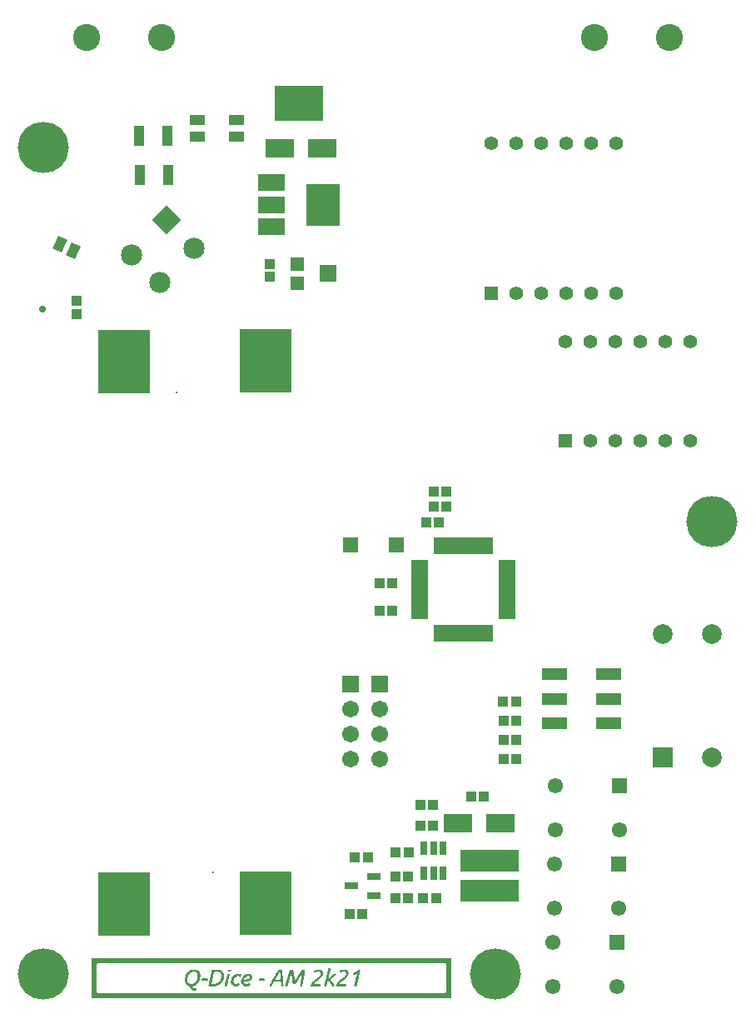
<source format=gts>
G04*
G04 #@! TF.GenerationSoftware,Altium Limited,Altium Designer,21.0.9 (235)*
G04*
G04 Layer_Color=8388736*
%FSLAX44Y44*%
%MOMM*%
G71*
G04*
G04 #@! TF.SameCoordinates,3421A621-DC7B-4D7E-80C2-F70395B1EBD6*
G04*
G04*
G04 #@! TF.FilePolarity,Negative*
G04*
G01*
G75*
%ADD37R,2.5000X1.2000*%
%ADD38R,1.7032X0.5032*%
%ADD39R,0.5032X1.7032*%
%ADD40R,5.9032X2.2032*%
G04:AMPARAMS|DCode=41|XSize=1.0032mm|YSize=1.4032mm|CornerRadius=0mm|HoleSize=0mm|Usage=FLASHONLY|Rotation=335.000|XOffset=0mm|YOffset=0mm|HoleType=Round|Shape=Rectangle|*
%AMROTATEDRECTD41*
4,1,4,-0.7511,-0.4239,-0.1581,0.8479,0.7511,0.4239,0.1581,-0.8479,-0.7511,-0.4239,0.0*
%
%ADD41ROTATEDRECTD41*%

%ADD42R,1.0032X1.1032*%
%ADD43R,1.3532X0.8032*%
%ADD44R,1.1032X1.0032*%
%ADD45R,3.4532X4.2032*%
%ADD46R,2.7032X1.7032*%
%ADD47R,1.7032X1.8032*%
%ADD48R,1.4032X1.4032*%
%ADD49R,1.6032X1.0532*%
%ADD50R,1.5532X1.5532*%
%ADD51R,2.8532X1.9532*%
%ADD52R,0.7531X1.4031*%
%ADD53R,5.2832X6.5532*%
%ADD54R,1.1032X2.0032*%
%ADD55R,4.9032X3.6032*%
%ADD56R,1.4034X1.4034*%
%ADD57C,1.4034*%
%ADD58C,1.7032*%
%ADD59R,1.7032X1.7032*%
%ADD60P,3.0451X4X360.0*%
%ADD61C,2.1532*%
%ADD62C,2.7532*%
%ADD63R,0.2032X0.2032*%
%ADD64C,2.0000*%
%ADD65R,2.0000X2.0000*%
%ADD66C,1.5500*%
%ADD67R,1.5500X1.5500*%
%ADD68C,5.2032*%
%ADD69C,0.7032*%
G36*
X693250Y228351D02*
Y228112D01*
Y227873D01*
Y227635D01*
Y227396D01*
Y227157D01*
Y226918D01*
Y226679D01*
Y226440D01*
Y226201D01*
Y225962D01*
Y225723D01*
Y225485D01*
Y225246D01*
Y225007D01*
Y224768D01*
Y224529D01*
Y224290D01*
Y224051D01*
Y223812D01*
Y223573D01*
Y223334D01*
Y223095D01*
Y222857D01*
Y222618D01*
Y222379D01*
Y222140D01*
Y221901D01*
Y221662D01*
Y221423D01*
Y221184D01*
Y220945D01*
Y220707D01*
Y220468D01*
Y220229D01*
Y219990D01*
Y219751D01*
Y219512D01*
Y219273D01*
Y219034D01*
Y218795D01*
Y218556D01*
Y218318D01*
Y218079D01*
Y217840D01*
Y217601D01*
Y217362D01*
Y217123D01*
Y216884D01*
Y216645D01*
Y216406D01*
Y216168D01*
Y215929D01*
Y215690D01*
Y215451D01*
Y215212D01*
Y214973D01*
Y214734D01*
Y214495D01*
Y214256D01*
Y214018D01*
Y213779D01*
Y213540D01*
Y213301D01*
Y213062D01*
Y212823D01*
Y212584D01*
Y212345D01*
Y212106D01*
Y211867D01*
Y211628D01*
Y211390D01*
Y211151D01*
Y210912D01*
Y210673D01*
Y210434D01*
Y210195D01*
Y209956D01*
Y209717D01*
Y209478D01*
Y209240D01*
Y209001D01*
Y208762D01*
Y208523D01*
Y208284D01*
Y208045D01*
Y207806D01*
Y207567D01*
Y207328D01*
Y207090D01*
Y206851D01*
Y206612D01*
Y206373D01*
Y206134D01*
Y205895D01*
Y205656D01*
Y205417D01*
Y205178D01*
Y204939D01*
Y204701D01*
Y204462D01*
Y204223D01*
Y203984D01*
Y203745D01*
Y203506D01*
Y203267D01*
Y203028D01*
Y202789D01*
Y202551D01*
Y202312D01*
Y202073D01*
Y201834D01*
Y201595D01*
Y201356D01*
Y201117D01*
Y200878D01*
Y200639D01*
Y200400D01*
Y200161D01*
Y199923D01*
Y199684D01*
Y199445D01*
Y199206D01*
Y198967D01*
Y198728D01*
Y198489D01*
Y198250D01*
Y198011D01*
Y197773D01*
Y197534D01*
Y197295D01*
Y197056D01*
Y196817D01*
Y196578D01*
Y196339D01*
Y196100D01*
Y195861D01*
Y195623D01*
Y195384D01*
Y195145D01*
Y194906D01*
Y194667D01*
Y194428D01*
Y194189D01*
Y193950D01*
Y193711D01*
Y193472D01*
Y193234D01*
Y192995D01*
Y192756D01*
Y192517D01*
Y192278D01*
Y192039D01*
Y191800D01*
Y191561D01*
Y191322D01*
Y191083D01*
Y190845D01*
Y190606D01*
Y190367D01*
Y190128D01*
Y189889D01*
Y189650D01*
Y189411D01*
Y189172D01*
Y188933D01*
Y188694D01*
Y188456D01*
Y188217D01*
X327500D01*
Y188456D01*
Y188694D01*
Y188933D01*
Y189172D01*
Y189411D01*
Y189650D01*
Y189889D01*
Y190128D01*
Y190367D01*
Y190606D01*
Y190845D01*
Y191083D01*
Y191322D01*
Y191561D01*
Y191800D01*
Y192039D01*
Y192278D01*
Y192517D01*
Y192756D01*
Y192995D01*
Y193234D01*
Y193472D01*
Y193711D01*
Y193950D01*
Y194189D01*
Y194428D01*
Y194667D01*
Y194906D01*
Y195145D01*
Y195384D01*
Y195623D01*
Y195861D01*
Y196100D01*
Y196339D01*
Y196578D01*
Y196817D01*
Y197056D01*
Y197295D01*
Y197534D01*
Y197773D01*
Y198011D01*
Y198250D01*
Y198489D01*
Y198728D01*
Y198967D01*
Y199206D01*
Y199445D01*
Y199684D01*
Y199923D01*
Y200161D01*
Y200400D01*
Y200639D01*
Y200878D01*
Y201117D01*
Y201356D01*
Y201595D01*
Y201834D01*
Y202073D01*
Y202312D01*
Y202551D01*
Y202789D01*
Y203028D01*
Y203267D01*
Y203506D01*
Y203745D01*
Y203984D01*
Y204223D01*
Y204462D01*
Y204701D01*
Y204939D01*
Y205178D01*
Y205417D01*
Y205656D01*
Y205895D01*
Y206134D01*
Y206373D01*
Y206612D01*
Y206851D01*
Y207090D01*
Y207328D01*
Y207567D01*
Y207806D01*
Y208045D01*
Y208284D01*
Y208523D01*
Y208762D01*
Y209001D01*
Y209240D01*
Y209478D01*
Y209717D01*
Y209956D01*
Y210195D01*
Y210434D01*
Y210673D01*
Y210912D01*
Y211151D01*
Y211390D01*
Y211628D01*
Y211867D01*
Y212106D01*
Y212345D01*
Y212584D01*
Y212823D01*
Y213062D01*
Y213301D01*
Y213540D01*
Y213779D01*
Y214018D01*
Y214256D01*
Y214495D01*
Y214734D01*
Y214973D01*
Y215212D01*
Y215451D01*
Y215690D01*
Y215929D01*
Y216168D01*
Y216406D01*
Y216645D01*
Y216884D01*
Y217123D01*
Y217362D01*
Y217601D01*
Y217840D01*
Y218079D01*
Y218318D01*
Y218556D01*
Y218795D01*
Y219034D01*
Y219273D01*
Y219512D01*
Y219751D01*
Y219990D01*
Y220229D01*
Y220468D01*
Y220707D01*
Y220945D01*
Y221184D01*
Y221423D01*
Y221662D01*
Y221901D01*
Y222140D01*
Y222379D01*
Y222618D01*
Y222857D01*
Y223095D01*
Y223334D01*
Y223573D01*
Y223812D01*
Y224051D01*
Y224290D01*
Y224529D01*
Y224768D01*
Y225007D01*
Y225246D01*
Y225485D01*
Y225723D01*
Y225962D01*
Y226201D01*
Y226440D01*
Y226679D01*
Y226918D01*
Y227157D01*
Y227396D01*
Y227635D01*
Y227873D01*
Y228112D01*
Y228351D01*
Y228590D01*
X693250D01*
Y228351D01*
D02*
G37*
%LPC*%
G36*
X687278Y223334D02*
X333472D01*
Y223095D01*
X333233D01*
Y222857D01*
X332995D01*
Y222618D01*
Y222379D01*
X332756D01*
Y222140D01*
Y221901D01*
Y221662D01*
Y221423D01*
Y221184D01*
Y220945D01*
Y220707D01*
Y220468D01*
Y220229D01*
Y219990D01*
Y219751D01*
Y219512D01*
Y219273D01*
Y219034D01*
Y218795D01*
Y218556D01*
Y218318D01*
Y218079D01*
Y217840D01*
Y217601D01*
Y217362D01*
Y217123D01*
Y216884D01*
Y216645D01*
Y216406D01*
Y216168D01*
Y215929D01*
Y215690D01*
Y215451D01*
Y215212D01*
Y214973D01*
Y214734D01*
Y214495D01*
Y214256D01*
Y214018D01*
Y213779D01*
Y213540D01*
Y213301D01*
Y213062D01*
Y212823D01*
Y212584D01*
Y212345D01*
Y212106D01*
Y211867D01*
Y211628D01*
Y211390D01*
Y211151D01*
Y210912D01*
Y210673D01*
Y210434D01*
Y210195D01*
Y209956D01*
Y209717D01*
Y209478D01*
Y209240D01*
Y209001D01*
Y208762D01*
Y208523D01*
Y208284D01*
Y208045D01*
Y207806D01*
Y207567D01*
Y207328D01*
Y207090D01*
Y206851D01*
Y206612D01*
Y206373D01*
Y206134D01*
Y205895D01*
Y205656D01*
Y205417D01*
Y205178D01*
Y204939D01*
Y204701D01*
Y204462D01*
Y204223D01*
Y203984D01*
Y203745D01*
Y203506D01*
Y203267D01*
Y203028D01*
Y202789D01*
Y202551D01*
Y202312D01*
Y202073D01*
Y201834D01*
Y201595D01*
Y201356D01*
Y201117D01*
Y200878D01*
Y200639D01*
Y200400D01*
Y200161D01*
Y199923D01*
Y199684D01*
Y199445D01*
Y199206D01*
Y198967D01*
Y198728D01*
Y198489D01*
Y198250D01*
Y198011D01*
Y197773D01*
Y197534D01*
Y197295D01*
Y197056D01*
Y196817D01*
Y196578D01*
Y196339D01*
Y196100D01*
Y195861D01*
Y195623D01*
Y195384D01*
Y195145D01*
Y194906D01*
Y194667D01*
Y194428D01*
Y194189D01*
Y193950D01*
Y193711D01*
X332995D01*
Y193472D01*
X333233D01*
Y193234D01*
X687516D01*
Y193472D01*
X687755D01*
Y193711D01*
X687994D01*
Y193950D01*
Y194189D01*
Y194428D01*
Y194667D01*
Y194906D01*
Y195145D01*
Y195384D01*
Y195623D01*
Y195861D01*
Y196100D01*
Y196339D01*
Y196578D01*
Y196817D01*
Y197056D01*
Y197295D01*
Y197534D01*
Y197773D01*
Y198011D01*
Y198250D01*
Y198489D01*
Y198728D01*
Y198967D01*
Y199206D01*
Y199445D01*
Y199684D01*
Y199923D01*
Y200161D01*
Y200400D01*
Y200639D01*
Y200878D01*
Y201117D01*
Y201356D01*
Y201595D01*
Y201834D01*
Y202073D01*
Y202312D01*
Y202551D01*
Y202789D01*
Y203028D01*
Y203267D01*
Y203506D01*
Y203745D01*
Y203984D01*
Y204223D01*
Y204462D01*
Y204701D01*
Y204939D01*
Y205178D01*
Y205417D01*
Y205656D01*
Y205895D01*
Y206134D01*
Y206373D01*
Y206612D01*
Y206851D01*
Y207090D01*
Y207328D01*
Y207567D01*
Y207806D01*
Y208045D01*
Y208284D01*
Y208523D01*
Y208762D01*
Y209001D01*
Y209240D01*
Y209478D01*
Y209717D01*
Y209956D01*
Y210195D01*
Y210434D01*
Y210673D01*
Y210912D01*
Y211151D01*
Y211390D01*
Y211628D01*
Y211867D01*
Y212106D01*
Y212345D01*
Y212584D01*
Y212823D01*
Y213062D01*
Y213301D01*
Y213540D01*
Y213779D01*
Y214018D01*
Y214256D01*
Y214495D01*
Y214734D01*
Y214973D01*
Y215212D01*
Y215451D01*
Y215690D01*
Y215929D01*
Y216168D01*
Y216406D01*
Y216645D01*
Y216884D01*
Y217123D01*
Y217362D01*
Y217601D01*
Y217840D01*
Y218079D01*
Y218318D01*
Y218556D01*
Y218795D01*
Y219034D01*
Y219273D01*
Y219512D01*
Y219751D01*
Y219990D01*
Y220229D01*
Y220468D01*
Y220707D01*
Y220945D01*
Y221184D01*
Y221423D01*
Y221662D01*
Y221901D01*
Y222140D01*
Y222379D01*
X687755D01*
Y222618D01*
Y222857D01*
X687516D01*
Y223095D01*
X687278D01*
Y223334D01*
D02*
G37*
%LPD*%
G36*
X468449Y216884D02*
X468927D01*
Y216645D01*
Y216406D01*
X469165D01*
Y216168D01*
X468927D01*
Y215929D01*
Y215690D01*
Y215451D01*
X468688D01*
Y215212D01*
X468210D01*
Y214973D01*
X466538D01*
Y215212D01*
X466299D01*
Y215451D01*
Y215690D01*
Y215929D01*
Y216168D01*
Y216406D01*
Y216645D01*
X466538D01*
Y216884D01*
X466777D01*
Y217123D01*
X468449D01*
Y216884D01*
D02*
G37*
G36*
X478721Y212345D02*
X479199D01*
Y212106D01*
X479438D01*
Y211867D01*
X479677D01*
Y211628D01*
Y211390D01*
Y211151D01*
Y210912D01*
X479438D01*
Y210673D01*
Y210434D01*
X479199D01*
Y210195D01*
Y209956D01*
X478960D01*
Y209717D01*
X478721D01*
Y209478D01*
X478005D01*
Y209717D01*
X477766D01*
Y209956D01*
X477527D01*
Y210195D01*
X477288D01*
Y210434D01*
X475854D01*
Y210195D01*
X475138D01*
Y209956D01*
X474899D01*
Y209717D01*
X474421D01*
Y209478D01*
X473704D01*
Y209240D01*
X473227D01*
Y209001D01*
X472988D01*
Y208762D01*
Y208523D01*
X472749D01*
Y208284D01*
X472510D01*
Y208045D01*
X472271D01*
Y207806D01*
X472032D01*
Y207567D01*
Y207328D01*
X471793D01*
Y207090D01*
Y206851D01*
Y206612D01*
Y206373D01*
Y206134D01*
Y205895D01*
Y205656D01*
X471554D01*
Y205417D01*
Y205178D01*
Y204939D01*
Y204701D01*
Y204462D01*
X471793D01*
Y204223D01*
Y203984D01*
Y203745D01*
X472032D01*
Y203506D01*
Y203267D01*
X472271D01*
Y203028D01*
X472510D01*
Y202789D01*
X472749D01*
Y202551D01*
X473227D01*
Y202312D01*
X475377D01*
Y202551D01*
X475616D01*
Y202789D01*
X475854D01*
Y203028D01*
X476332D01*
Y203267D01*
X477049D01*
Y203028D01*
X477288D01*
Y202789D01*
X477527D01*
Y202551D01*
Y202312D01*
X477766D01*
Y202073D01*
Y201834D01*
Y201595D01*
X477527D01*
Y201356D01*
Y201117D01*
X477288D01*
Y200878D01*
X477049D01*
Y200639D01*
X476810D01*
Y200400D01*
X476093D01*
Y200161D01*
X471793D01*
Y200400D01*
X471315D01*
Y200639D01*
X471077D01*
Y200878D01*
X470838D01*
Y201117D01*
X470360D01*
Y201356D01*
X470121D01*
Y201595D01*
X469882D01*
Y201834D01*
X469643D01*
Y202073D01*
Y202312D01*
Y202551D01*
X469404D01*
Y202789D01*
Y203028D01*
X469165D01*
Y203267D01*
Y203506D01*
X468927D01*
Y203745D01*
Y203984D01*
Y204223D01*
Y204462D01*
Y204701D01*
Y204939D01*
Y205178D01*
Y205417D01*
Y205656D01*
Y205895D01*
Y206134D01*
X469165D01*
Y206373D01*
Y206612D01*
Y206851D01*
X469404D01*
Y207090D01*
Y207328D01*
Y207567D01*
X469643D01*
Y207806D01*
Y208045D01*
Y208284D01*
X469882D01*
Y208523D01*
Y208762D01*
X470121D01*
Y209001D01*
X470360D01*
Y209240D01*
Y209478D01*
X470599D01*
Y209717D01*
X470838D01*
Y209956D01*
Y210195D01*
X471077D01*
Y210434D01*
X471315D01*
Y210673D01*
X471554D01*
Y210912D01*
X472032D01*
Y211151D01*
X472271D01*
Y211390D01*
X472749D01*
Y211628D01*
X473227D01*
Y211867D01*
X473466D01*
Y212106D01*
X473704D01*
Y212345D01*
X474182D01*
Y212584D01*
X478721D01*
Y212345D01*
D02*
G37*
G36*
X543940Y216884D02*
X544179D01*
Y216645D01*
Y216406D01*
Y216168D01*
Y215929D01*
Y215690D01*
Y215451D01*
X543940D01*
Y215212D01*
Y214973D01*
Y214734D01*
Y214495D01*
Y214256D01*
Y214018D01*
Y213779D01*
Y213540D01*
Y213301D01*
Y213062D01*
Y212823D01*
X543701D01*
Y212584D01*
Y212345D01*
Y212106D01*
Y211867D01*
Y211628D01*
Y211390D01*
Y211151D01*
X543462D01*
Y210912D01*
Y210673D01*
Y210434D01*
Y210195D01*
X543223D01*
Y209956D01*
Y209717D01*
Y209478D01*
X542984D01*
Y209240D01*
Y209001D01*
Y208762D01*
Y208523D01*
Y208284D01*
Y208045D01*
Y207806D01*
Y207567D01*
Y207328D01*
Y207090D01*
Y206851D01*
Y206612D01*
X542745D01*
Y206373D01*
Y206134D01*
Y205895D01*
Y205656D01*
Y205417D01*
X542506D01*
Y205178D01*
Y204939D01*
Y204701D01*
Y204462D01*
Y204223D01*
Y203984D01*
Y203745D01*
Y203506D01*
X542268D01*
Y203267D01*
Y203028D01*
X542029D01*
Y202789D01*
Y202551D01*
Y202312D01*
X541790D01*
Y202073D01*
Y201834D01*
Y201595D01*
Y201356D01*
Y201117D01*
Y200878D01*
Y200639D01*
Y200400D01*
X541551D01*
Y200161D01*
X539401D01*
Y200400D01*
X539162D01*
Y200639D01*
X538923D01*
Y200878D01*
Y201117D01*
X539162D01*
Y201356D01*
X539401D01*
Y201595D01*
Y201834D01*
X539640D01*
Y202073D01*
Y202312D01*
Y202551D01*
Y202789D01*
Y203028D01*
Y203267D01*
Y203506D01*
Y203745D01*
X539879D01*
Y203984D01*
Y204223D01*
Y204462D01*
Y204701D01*
Y204939D01*
Y205178D01*
Y205417D01*
Y205656D01*
X540118D01*
Y205895D01*
Y206134D01*
Y206373D01*
Y206612D01*
X540356D01*
Y206851D01*
Y207090D01*
Y207328D01*
Y207567D01*
Y207806D01*
X540595D01*
Y208045D01*
Y208284D01*
Y208523D01*
X540834D01*
Y208762D01*
Y209001D01*
Y209240D01*
Y209478D01*
Y209717D01*
Y209956D01*
Y210195D01*
Y210434D01*
Y210673D01*
Y210912D01*
X540595D01*
Y211151D01*
X540118D01*
Y210912D01*
X539879D01*
Y210673D01*
X539640D01*
Y210434D01*
Y210195D01*
X539401D01*
Y209956D01*
Y209717D01*
X539162D01*
Y209478D01*
Y209240D01*
X538923D01*
Y209001D01*
X538684D01*
Y208762D01*
X538445D01*
Y208523D01*
Y208284D01*
Y208045D01*
X538206D01*
Y207806D01*
Y207567D01*
X537967D01*
Y207328D01*
X537729D01*
Y207090D01*
X537490D01*
Y206851D01*
Y206612D01*
X537251D01*
Y206373D01*
Y206134D01*
X537012D01*
Y205895D01*
X536773D01*
Y205656D01*
Y205417D01*
X536534D01*
Y205178D01*
X536295D01*
Y204939D01*
Y204701D01*
X536056D01*
Y204462D01*
Y204223D01*
X535817D01*
Y203984D01*
X535578D01*
Y203745D01*
X535340D01*
Y203506D01*
X535101D01*
Y203267D01*
Y203028D01*
X534862D01*
Y202789D01*
Y202551D01*
X534384D01*
Y202312D01*
X532712D01*
Y202551D01*
X532234D01*
Y202789D01*
X531995D01*
Y203028D01*
X531756D01*
Y203267D01*
Y203506D01*
Y203745D01*
Y203984D01*
Y204223D01*
Y204462D01*
Y204701D01*
Y204939D01*
Y205178D01*
Y205417D01*
Y205656D01*
Y205895D01*
Y206134D01*
Y206373D01*
X531517D01*
Y206612D01*
Y206851D01*
Y207090D01*
Y207328D01*
X531278D01*
Y207567D01*
Y207806D01*
X531040D01*
Y208045D01*
Y208284D01*
Y208523D01*
Y208762D01*
Y209001D01*
Y209240D01*
Y209478D01*
Y209717D01*
X530801D01*
Y209956D01*
Y210195D01*
Y210434D01*
X530562D01*
Y210673D01*
X530323D01*
Y210912D01*
X529845D01*
Y210673D01*
X529606D01*
Y210434D01*
X529367D01*
Y210195D01*
Y209956D01*
X529128D01*
Y209717D01*
Y209478D01*
Y209240D01*
Y209001D01*
Y208762D01*
Y208523D01*
Y208284D01*
Y208045D01*
X528889D01*
Y207806D01*
Y207567D01*
Y207328D01*
X528651D01*
Y207090D01*
Y206851D01*
X528412D01*
Y206612D01*
Y206373D01*
X528173D01*
Y206134D01*
Y205895D01*
Y205656D01*
Y205417D01*
Y205178D01*
X527934D01*
Y204939D01*
Y204701D01*
Y204462D01*
Y204223D01*
Y203984D01*
Y203745D01*
X527695D01*
Y203506D01*
Y203267D01*
Y203028D01*
Y202789D01*
X527456D01*
Y202551D01*
Y202312D01*
X527217D01*
Y202073D01*
Y201834D01*
Y201595D01*
X526978D01*
Y201356D01*
Y201117D01*
Y200878D01*
Y200639D01*
X526739D01*
Y200400D01*
X526501D01*
Y200161D01*
X524350D01*
Y200400D01*
X524112D01*
Y200639D01*
Y200878D01*
Y201117D01*
X524350D01*
Y201356D01*
Y201595D01*
X524589D01*
Y201834D01*
Y202073D01*
X524828D01*
Y202312D01*
Y202551D01*
Y202789D01*
Y203028D01*
Y203267D01*
Y203506D01*
Y203745D01*
Y203984D01*
X525067D01*
Y204223D01*
Y204462D01*
Y204701D01*
X525306D01*
Y204939D01*
Y205178D01*
X525545D01*
Y205417D01*
Y205656D01*
X525784D01*
Y205895D01*
Y206134D01*
Y206373D01*
X526023D01*
Y206612D01*
Y206851D01*
Y207090D01*
Y207328D01*
Y207567D01*
Y207806D01*
Y208045D01*
X526262D01*
Y208284D01*
Y208523D01*
Y208762D01*
X526501D01*
Y209001D01*
Y209240D01*
X526739D01*
Y209478D01*
Y209717D01*
X526978D01*
Y209956D01*
Y210195D01*
Y210434D01*
Y210673D01*
Y210912D01*
X527217D01*
Y211151D01*
Y211390D01*
Y211628D01*
X527456D01*
Y211867D01*
Y212106D01*
Y212345D01*
Y212584D01*
X527695D01*
Y212823D01*
Y213062D01*
Y213301D01*
X527934D01*
Y213540D01*
Y213779D01*
X528173D01*
Y214018D01*
Y214256D01*
Y214495D01*
Y214734D01*
X528412D01*
Y214973D01*
Y215212D01*
Y215451D01*
Y215690D01*
X528651D01*
Y215929D01*
Y216168D01*
X528889D01*
Y216406D01*
Y216645D01*
X529128D01*
Y216884D01*
X529367D01*
Y217123D01*
X531756D01*
Y216884D01*
X532234D01*
Y216645D01*
Y216406D01*
X532473D01*
Y216168D01*
Y215929D01*
Y215690D01*
Y215451D01*
Y215212D01*
X532712D01*
Y214973D01*
Y214734D01*
Y214495D01*
Y214256D01*
Y214018D01*
Y213779D01*
Y213540D01*
X532951D01*
Y213301D01*
Y213062D01*
Y212823D01*
Y212584D01*
Y212345D01*
Y212106D01*
X533190D01*
Y211867D01*
Y211628D01*
Y211390D01*
X533428D01*
Y211151D01*
Y210912D01*
Y210673D01*
Y210434D01*
Y210195D01*
X533667D01*
Y209956D01*
Y209717D01*
Y209478D01*
Y209240D01*
Y209001D01*
Y208762D01*
Y208523D01*
Y208284D01*
Y208045D01*
Y207806D01*
Y207567D01*
Y207328D01*
X533906D01*
Y207090D01*
Y206851D01*
Y206612D01*
X534384D01*
Y206373D01*
X534623D01*
Y206612D01*
X534862D01*
Y206851D01*
X535101D01*
Y207090D01*
Y207328D01*
X535340D01*
Y207567D01*
Y207806D01*
X535578D01*
Y208045D01*
Y208284D01*
X535817D01*
Y208523D01*
X536056D01*
Y208762D01*
Y209001D01*
X536295D01*
Y209240D01*
Y209478D01*
X536534D01*
Y209717D01*
X536773D01*
Y209956D01*
X537012D01*
Y210195D01*
X537251D01*
Y210434D01*
Y210673D01*
X537490D01*
Y210912D01*
Y211151D01*
Y211390D01*
X537729D01*
Y211628D01*
X537967D01*
Y211867D01*
Y212106D01*
X538206D01*
Y212345D01*
X538445D01*
Y212584D01*
Y212823D01*
X538684D01*
Y213062D01*
Y213301D01*
X538923D01*
Y213540D01*
X539162D01*
Y213779D01*
X539401D01*
Y214018D01*
X539640D01*
Y214256D01*
Y214495D01*
Y214734D01*
X539879D01*
Y214973D01*
Y215212D01*
X540118D01*
Y215451D01*
X540356D01*
Y215690D01*
X540595D01*
Y215929D01*
Y216168D01*
X540834D01*
Y216406D01*
Y216645D01*
X541073D01*
Y216884D01*
X541312D01*
Y217123D01*
X543940D01*
Y216884D01*
D02*
G37*
G36*
X502850Y207806D02*
X503328D01*
Y207567D01*
X503567D01*
Y207328D01*
X503805D01*
Y207090D01*
Y206851D01*
Y206612D01*
X503567D01*
Y206373D01*
Y206134D01*
X503089D01*
Y205895D01*
X501894D01*
Y205656D01*
X501655D01*
Y205895D01*
X498788D01*
Y205656D01*
X498072D01*
Y205895D01*
X497355D01*
Y206134D01*
Y206373D01*
Y206612D01*
X497116D01*
Y206851D01*
X497355D01*
Y207090D01*
Y207328D01*
Y207567D01*
X497594D01*
Y207806D01*
X498311D01*
Y208045D01*
X502850D01*
Y207806D01*
D02*
G37*
G36*
X445276D02*
X445515D01*
Y207567D01*
Y207328D01*
Y207090D01*
Y206851D01*
Y206612D01*
Y206373D01*
Y206134D01*
X445276D01*
Y205895D01*
X444798D01*
Y205656D01*
X444081D01*
Y205895D01*
X439542D01*
Y206134D01*
X439303D01*
Y206373D01*
Y206612D01*
Y206851D01*
Y207090D01*
X439542D01*
Y207328D01*
Y207567D01*
X439781D01*
Y207806D01*
X440259D01*
Y208045D01*
X445276D01*
Y207806D01*
D02*
G37*
G36*
X488516Y212345D02*
X488994D01*
Y212106D01*
X489233D01*
Y211867D01*
X489711D01*
Y211628D01*
X489949D01*
Y211390D01*
X490188D01*
Y211151D01*
Y210912D01*
Y210673D01*
X490427D01*
Y210434D01*
Y210195D01*
Y209956D01*
X490666D01*
Y209717D01*
Y209478D01*
Y209240D01*
X490905D01*
Y209001D01*
X490666D01*
Y208762D01*
Y208523D01*
Y208284D01*
X490427D01*
Y208045D01*
Y207806D01*
X490188D01*
Y207567D01*
Y207328D01*
X489949D01*
Y207090D01*
Y206851D01*
X489711D01*
Y206612D01*
X489233D01*
Y206373D01*
Y206134D01*
X488755D01*
Y205895D01*
X488277D01*
Y205656D01*
X488038D01*
Y205417D01*
X487560D01*
Y205178D01*
X487083D01*
Y204939D01*
X485410D01*
Y204701D01*
X482544D01*
Y204462D01*
X482066D01*
Y204223D01*
Y203984D01*
Y203745D01*
Y203506D01*
Y203267D01*
X482305D01*
Y203028D01*
X482783D01*
Y202789D01*
X483021D01*
Y202551D01*
X483499D01*
Y202312D01*
X486127D01*
Y202551D01*
X486605D01*
Y202789D01*
X486844D01*
Y203028D01*
X487322D01*
Y203267D01*
X488038D01*
Y203028D01*
X488516D01*
Y202789D01*
Y202551D01*
X488755D01*
Y202312D01*
Y202073D01*
Y201834D01*
X488516D01*
Y201595D01*
X488277D01*
Y201356D01*
Y201117D01*
X488038D01*
Y200878D01*
X487799D01*
Y200639D01*
X487560D01*
Y200400D01*
X487083D01*
Y200161D01*
X481827D01*
Y200400D01*
X481588D01*
Y200639D01*
X481349D01*
Y200878D01*
X481110D01*
Y201117D01*
X480871D01*
Y201356D01*
X480393D01*
Y201595D01*
X480155D01*
Y201834D01*
Y202073D01*
X479916D01*
Y202312D01*
Y202551D01*
X479677D01*
Y202789D01*
Y203028D01*
X479438D01*
Y203267D01*
Y203506D01*
Y203745D01*
Y203984D01*
X479199D01*
Y204223D01*
Y204462D01*
Y204701D01*
Y204939D01*
Y205178D01*
Y205417D01*
X479438D01*
Y205656D01*
Y205895D01*
Y206134D01*
X479677D01*
Y206373D01*
Y206612D01*
X479916D01*
Y206851D01*
Y207090D01*
Y207328D01*
X480155D01*
Y207567D01*
Y207806D01*
Y208045D01*
Y208284D01*
Y208523D01*
X480393D01*
Y208762D01*
X480632D01*
Y209001D01*
X480871D01*
Y209240D01*
Y209478D01*
X481110D01*
Y209717D01*
Y209956D01*
X481349D01*
Y210195D01*
X481588D01*
Y210434D01*
X481827D01*
Y210673D01*
X482066D01*
Y210912D01*
X482305D01*
Y211151D01*
X482544D01*
Y211390D01*
X483021D01*
Y211628D01*
X483499D01*
Y211867D01*
X483738D01*
Y212106D01*
X483977D01*
Y212345D01*
X484455D01*
Y212584D01*
X488516D01*
Y212345D01*
D02*
G37*
G36*
X457221Y216884D02*
X457698D01*
Y216645D01*
X458176D01*
Y216406D01*
X458415D01*
Y216168D01*
X459132D01*
Y215929D01*
X459610D01*
Y215690D01*
X459849D01*
Y215451D01*
X460087D01*
Y215212D01*
X460326D01*
Y214973D01*
X460565D01*
Y214734D01*
Y214495D01*
X460804D01*
Y214256D01*
X461043D01*
Y214018D01*
Y213779D01*
X461282D01*
Y213540D01*
X461521D01*
Y213301D01*
Y213062D01*
Y212823D01*
Y212584D01*
Y212345D01*
Y212106D01*
Y211867D01*
Y211628D01*
Y211390D01*
X461760D01*
Y211151D01*
Y210912D01*
Y210673D01*
Y210434D01*
Y210195D01*
Y209956D01*
Y209717D01*
Y209478D01*
Y209240D01*
Y209001D01*
X461521D01*
Y208762D01*
Y208523D01*
Y208284D01*
Y208045D01*
Y207806D01*
Y207567D01*
Y207328D01*
Y207090D01*
Y206851D01*
X461282D01*
Y206612D01*
Y206373D01*
X461043D01*
Y206134D01*
X460804D01*
Y205895D01*
Y205656D01*
X460565D01*
Y205417D01*
Y205178D01*
X460326D01*
Y204939D01*
Y204701D01*
Y204462D01*
X460087D01*
Y204223D01*
Y203984D01*
X459849D01*
Y203745D01*
X459610D01*
Y203506D01*
X459371D01*
Y203267D01*
X459132D01*
Y203028D01*
X458893D01*
Y202789D01*
X458654D01*
Y202551D01*
X458415D01*
Y202312D01*
X457937D01*
Y202073D01*
X457698D01*
Y201834D01*
X457459D01*
Y201595D01*
X456982D01*
Y201356D01*
X456265D01*
Y201117D01*
X455787D01*
Y200878D01*
X455548D01*
Y200639D01*
X455070D01*
Y200400D01*
X453637D01*
Y200161D01*
X446470D01*
Y200400D01*
X445993D01*
Y200639D01*
Y200878D01*
Y201117D01*
Y201356D01*
X446231D01*
Y201595D01*
X446470D01*
Y201834D01*
Y202073D01*
X446709D01*
Y202312D01*
Y202551D01*
Y202789D01*
Y203028D01*
X446948D01*
Y203267D01*
Y203506D01*
Y203745D01*
Y203984D01*
Y204223D01*
Y204462D01*
Y204701D01*
Y204939D01*
Y205178D01*
Y205417D01*
X447187D01*
Y205656D01*
Y205895D01*
Y206134D01*
Y206373D01*
X447426D01*
Y206612D01*
Y206851D01*
Y207090D01*
X447665D01*
Y207328D01*
Y207567D01*
X447904D01*
Y207806D01*
Y208045D01*
Y208284D01*
Y208523D01*
Y208762D01*
Y209001D01*
X448143D01*
Y209240D01*
Y209478D01*
Y209717D01*
Y209956D01*
Y210195D01*
Y210434D01*
X448382D01*
Y210673D01*
Y210912D01*
Y211151D01*
Y211390D01*
Y211628D01*
X448620D01*
Y211867D01*
Y212106D01*
X448859D01*
Y212345D01*
Y212584D01*
X449098D01*
Y212823D01*
Y213062D01*
Y213301D01*
Y213540D01*
Y213779D01*
Y214018D01*
Y214256D01*
Y214495D01*
X449337D01*
Y214734D01*
Y214973D01*
Y215212D01*
Y215451D01*
Y215690D01*
Y215929D01*
Y216168D01*
X449576D01*
Y216406D01*
Y216645D01*
X449815D01*
Y216884D01*
X450054D01*
Y217123D01*
X457221D01*
Y216884D01*
D02*
G37*
G36*
X600319D02*
X600797D01*
Y216645D01*
Y216406D01*
Y216168D01*
X600558D01*
Y215929D01*
Y215690D01*
X600319D01*
Y215451D01*
Y215212D01*
Y214973D01*
Y214734D01*
Y214495D01*
Y214256D01*
X600080D01*
Y214018D01*
Y213779D01*
Y213540D01*
Y213301D01*
X599842D01*
Y213062D01*
Y212823D01*
Y212584D01*
Y212345D01*
X599603D01*
Y212106D01*
Y211867D01*
X599364D01*
Y211628D01*
Y211390D01*
Y211151D01*
X599125D01*
Y210912D01*
Y210673D01*
Y210434D01*
Y210195D01*
Y209956D01*
Y209717D01*
Y209478D01*
Y209240D01*
X598886D01*
Y209001D01*
Y208762D01*
Y208523D01*
Y208284D01*
Y208045D01*
Y207806D01*
X598647D01*
Y207567D01*
Y207328D01*
Y207090D01*
X598408D01*
Y206851D01*
Y206612D01*
X598169D01*
Y206373D01*
Y206134D01*
Y205895D01*
Y205656D01*
X597930D01*
Y205417D01*
Y205178D01*
Y204939D01*
Y204701D01*
Y204462D01*
Y204223D01*
X597691D01*
Y203984D01*
Y203745D01*
Y203506D01*
Y203267D01*
Y203028D01*
X597453D01*
Y202789D01*
Y202551D01*
X597214D01*
Y202312D01*
Y202073D01*
Y201834D01*
X596975D01*
Y201595D01*
Y201356D01*
Y201117D01*
Y200878D01*
Y200639D01*
X596736D01*
Y200400D01*
X596497D01*
Y200161D01*
X596019D01*
Y199923D01*
X595303D01*
Y200161D01*
X594586D01*
Y200400D01*
X594347D01*
Y200639D01*
Y200878D01*
Y201117D01*
X594586D01*
Y201356D01*
Y201595D01*
Y201834D01*
X594825D01*
Y202073D01*
Y202312D01*
Y202551D01*
Y202789D01*
Y203028D01*
Y203267D01*
Y203506D01*
X595064D01*
Y203745D01*
Y203984D01*
Y204223D01*
Y204462D01*
X595303D01*
Y204701D01*
Y204939D01*
Y205178D01*
Y205417D01*
X595541D01*
Y205656D01*
Y205895D01*
Y206134D01*
Y206373D01*
X595780D01*
Y206612D01*
Y206851D01*
Y207090D01*
Y207328D01*
Y207567D01*
X596019D01*
Y207806D01*
Y208045D01*
Y208284D01*
Y208523D01*
Y208762D01*
Y209001D01*
X596258D01*
Y209240D01*
Y209478D01*
Y209717D01*
Y209956D01*
X596497D01*
Y210195D01*
Y210434D01*
X596736D01*
Y210673D01*
Y210912D01*
X596975D01*
Y211151D01*
Y211390D01*
Y211628D01*
Y211867D01*
Y212106D01*
Y212345D01*
Y212584D01*
X596736D01*
Y212823D01*
X596019D01*
Y212584D01*
X595541D01*
Y212345D01*
Y212106D01*
X595303D01*
Y211867D01*
X595064D01*
Y211628D01*
X593630D01*
Y211867D01*
X593391D01*
Y212106D01*
Y212345D01*
X593153D01*
Y212584D01*
Y212823D01*
Y213062D01*
Y213301D01*
X593391D01*
Y213540D01*
X593630D01*
Y213779D01*
X594347D01*
Y214018D01*
X594586D01*
Y214256D01*
X594825D01*
Y214495D01*
X595303D01*
Y214734D01*
X595780D01*
Y214973D01*
X596258D01*
Y215212D01*
X596736D01*
Y215451D01*
X596975D01*
Y215690D01*
X597214D01*
Y215929D01*
X597691D01*
Y216168D01*
X597930D01*
Y216406D01*
X598169D01*
Y216645D01*
X598408D01*
Y216884D01*
X598647D01*
Y217123D01*
X600319D01*
Y216884D01*
D02*
G37*
G36*
X585986D02*
X586463D01*
Y216645D01*
X586941D01*
Y216406D01*
X587180D01*
Y216168D01*
X587419D01*
Y215929D01*
X587658D01*
Y215690D01*
X587897D01*
Y215451D01*
Y215212D01*
X588136D01*
Y214973D01*
Y214734D01*
X588375D01*
Y214495D01*
Y214256D01*
X588614D01*
Y214018D01*
Y213779D01*
Y213540D01*
Y213301D01*
Y213062D01*
Y212823D01*
Y212584D01*
Y212345D01*
Y212106D01*
X588375D01*
Y211867D01*
Y211628D01*
Y211390D01*
X588136D01*
Y211151D01*
Y210912D01*
X587897D01*
Y210673D01*
Y210434D01*
X587658D01*
Y210195D01*
Y209956D01*
Y209717D01*
X587419D01*
Y209478D01*
X587180D01*
Y209240D01*
X586702D01*
Y209001D01*
Y208762D01*
X586463D01*
Y208523D01*
X586225D01*
Y208284D01*
X585986D01*
Y208045D01*
X585508D01*
Y207806D01*
X585269D01*
Y207567D01*
X585030D01*
Y207328D01*
X584791D01*
Y207090D01*
X584313D01*
Y206851D01*
X584075D01*
Y206612D01*
X583836D01*
Y206373D01*
X583597D01*
Y206134D01*
X583119D01*
Y205895D01*
X582641D01*
Y205656D01*
X582163D01*
Y205417D01*
X581924D01*
Y205178D01*
X581685D01*
Y204939D01*
X581447D01*
Y204701D01*
X581208D01*
Y204462D01*
X580969D01*
Y204223D01*
X580730D01*
Y203984D01*
X580252D01*
Y203745D01*
X580013D01*
Y203506D01*
X579774D01*
Y203267D01*
X579535D01*
Y203028D01*
Y202789D01*
Y202551D01*
X579774D01*
Y202312D01*
X585986D01*
Y202073D01*
X586463D01*
Y201834D01*
Y201595D01*
Y201356D01*
Y201117D01*
Y200878D01*
Y200639D01*
X586225D01*
Y200400D01*
X585747D01*
Y200161D01*
X577863D01*
Y199923D01*
X576908D01*
Y200161D01*
X576430D01*
Y200400D01*
X576191D01*
Y200639D01*
Y200878D01*
Y201117D01*
Y201356D01*
Y201595D01*
X576430D01*
Y201834D01*
Y202073D01*
X576669D01*
Y202312D01*
Y202551D01*
X576908D01*
Y202789D01*
Y203028D01*
X577146D01*
Y203267D01*
X577385D01*
Y203506D01*
Y203745D01*
X577624D01*
Y203984D01*
Y204223D01*
X577863D01*
Y204462D01*
X578102D01*
Y204701D01*
X578580D01*
Y204939D01*
Y205178D01*
X578819D01*
Y205417D01*
X579058D01*
Y205656D01*
X579296D01*
Y205895D01*
X579774D01*
Y206134D01*
Y206373D01*
X580013D01*
Y206612D01*
X580252D01*
Y206851D01*
X580730D01*
Y207090D01*
X580969D01*
Y207328D01*
X581208D01*
Y207567D01*
X581685D01*
Y207806D01*
X581924D01*
Y208045D01*
X582402D01*
Y208284D01*
X582880D01*
Y208523D01*
X583119D01*
Y208762D01*
X583358D01*
Y209001D01*
X583836D01*
Y209240D01*
X584075D01*
Y209478D01*
X584313D01*
Y209717D01*
X584552D01*
Y209956D01*
X584791D01*
Y210195D01*
X585030D01*
Y210434D01*
X585269D01*
Y210673D01*
X585508D01*
Y210912D01*
Y211151D01*
X585747D01*
Y211390D01*
Y211628D01*
Y211867D01*
X585986D01*
Y212106D01*
Y212345D01*
Y212584D01*
Y212823D01*
Y213062D01*
Y213301D01*
X585747D01*
Y213540D01*
Y213779D01*
Y214018D01*
Y214256D01*
X585508D01*
Y214495D01*
X585269D01*
Y214734D01*
X585030D01*
Y214973D01*
X582402D01*
Y214734D01*
X581924D01*
Y214495D01*
X581685D01*
Y214256D01*
X581447D01*
Y214018D01*
X580969D01*
Y213779D01*
X580252D01*
Y214018D01*
X580013D01*
Y214256D01*
X579774D01*
Y214495D01*
X579535D01*
Y214734D01*
Y214973D01*
Y215212D01*
Y215451D01*
Y215690D01*
X579774D01*
Y215929D01*
X580013D01*
Y216168D01*
X580491D01*
Y216406D01*
X580969D01*
Y216645D01*
X581447D01*
Y216884D01*
X581924D01*
Y217123D01*
X585986D01*
Y216884D01*
D02*
G37*
G36*
X570219Y218079D02*
X570457D01*
Y217840D01*
Y217601D01*
Y217362D01*
Y217123D01*
Y216884D01*
Y216645D01*
X570219D01*
Y216406D01*
Y216168D01*
Y215929D01*
Y215690D01*
X569980D01*
Y215451D01*
Y215212D01*
Y214973D01*
X569741D01*
Y214734D01*
Y214495D01*
X569502D01*
Y214256D01*
Y214018D01*
Y213779D01*
Y213540D01*
X569263D01*
Y213301D01*
Y213062D01*
Y212823D01*
Y212584D01*
Y212345D01*
Y212106D01*
X569024D01*
Y211867D01*
Y211628D01*
Y211390D01*
Y211151D01*
Y210912D01*
X568785D01*
Y210673D01*
Y210434D01*
X568546D01*
Y210195D01*
Y209956D01*
Y209717D01*
X568307D01*
Y209478D01*
Y209240D01*
Y209001D01*
Y208762D01*
Y208523D01*
Y208284D01*
X569263D01*
Y208523D01*
X569502D01*
Y208762D01*
Y209001D01*
X569741D01*
Y209240D01*
X569980D01*
Y209478D01*
X570219D01*
Y209717D01*
X570696D01*
Y209956D01*
X570935D01*
Y210195D01*
X571174D01*
Y210434D01*
X571413D01*
Y210673D01*
X571652D01*
Y210912D01*
X571891D01*
Y211151D01*
X572130D01*
Y211390D01*
X572369D01*
Y211628D01*
X572607D01*
Y211867D01*
X572846D01*
Y212106D01*
X573085D01*
Y212345D01*
X573324D01*
Y212584D01*
X575713D01*
Y212345D01*
X575952D01*
Y212106D01*
Y211867D01*
X575713D01*
Y211628D01*
X575474D01*
Y211390D01*
X575235D01*
Y211151D01*
X574996D01*
Y210912D01*
X574757D01*
Y210673D01*
X574280D01*
Y210434D01*
X574041D01*
Y210195D01*
X573802D01*
Y209956D01*
X573563D01*
Y209717D01*
X573324D01*
Y209478D01*
X573085D01*
Y209240D01*
X572846D01*
Y209001D01*
X572607D01*
Y208762D01*
X572369D01*
Y208523D01*
X572130D01*
Y208284D01*
X571652D01*
Y208045D01*
X571413D01*
Y207806D01*
X570935D01*
Y207567D01*
X570696D01*
Y207328D01*
X570457D01*
Y207090D01*
Y206851D01*
Y206612D01*
Y206373D01*
X570696D01*
Y206134D01*
Y205895D01*
X570935D01*
Y205656D01*
X571413D01*
Y205417D01*
Y205178D01*
X571652D01*
Y204939D01*
X571891D01*
Y204701D01*
Y204462D01*
X572130D01*
Y204223D01*
X572369D01*
Y203984D01*
X572607D01*
Y203745D01*
X572846D01*
Y203506D01*
Y203267D01*
X573085D01*
Y203028D01*
Y202789D01*
X573324D01*
Y202551D01*
Y202312D01*
X573563D01*
Y202073D01*
X573802D01*
Y201834D01*
Y201595D01*
X574041D01*
Y201356D01*
Y201117D01*
X574280D01*
Y200878D01*
Y200639D01*
Y200400D01*
X574041D01*
Y200161D01*
X573324D01*
Y199923D01*
X572369D01*
Y200161D01*
X571891D01*
Y200400D01*
X571652D01*
Y200639D01*
Y200878D01*
X571413D01*
Y201117D01*
Y201356D01*
X571174D01*
Y201595D01*
X570935D01*
Y201834D01*
Y202073D01*
X570696D01*
Y202312D01*
Y202551D01*
X570457D01*
Y202789D01*
Y203028D01*
X570219D01*
Y203267D01*
X569980D01*
Y203506D01*
X569741D01*
Y203745D01*
Y203984D01*
X569502D01*
Y204223D01*
X569263D01*
Y204462D01*
X569024D01*
Y204701D01*
X568785D01*
Y204939D01*
X568546D01*
Y205178D01*
X568068D01*
Y205417D01*
X567352D01*
Y205178D01*
Y204939D01*
X567113D01*
Y204701D01*
Y204462D01*
Y204223D01*
Y203984D01*
Y203745D01*
Y203506D01*
Y203267D01*
X566874D01*
Y203028D01*
Y202789D01*
Y202551D01*
Y202312D01*
Y202073D01*
X566635D01*
Y201834D01*
Y201595D01*
Y201356D01*
Y201117D01*
X566396D01*
Y200878D01*
Y200639D01*
X566157D01*
Y200400D01*
X565918D01*
Y200161D01*
X565202D01*
Y199923D01*
X564485D01*
Y200161D01*
X564007D01*
Y200400D01*
X563768D01*
Y200639D01*
Y200878D01*
Y201117D01*
Y201356D01*
Y201595D01*
X564007D01*
Y201834D01*
Y202073D01*
Y202312D01*
X564246D01*
Y202551D01*
Y202789D01*
Y203028D01*
Y203267D01*
X564485D01*
Y203506D01*
Y203745D01*
X564724D01*
Y203984D01*
Y204223D01*
Y204462D01*
Y204701D01*
X564963D01*
Y204939D01*
Y205178D01*
Y205417D01*
Y205656D01*
Y205895D01*
Y206134D01*
X565202D01*
Y206373D01*
Y206612D01*
Y206851D01*
Y207090D01*
Y207328D01*
X565441D01*
Y207567D01*
Y207806D01*
X565680D01*
Y208045D01*
Y208284D01*
Y208523D01*
X565918D01*
Y208762D01*
Y209001D01*
Y209240D01*
Y209478D01*
X566157D01*
Y209717D01*
Y209956D01*
Y210195D01*
Y210434D01*
Y210673D01*
Y210912D01*
X566396D01*
Y211151D01*
Y211390D01*
Y211628D01*
Y211867D01*
X566635D01*
Y212106D01*
Y212345D01*
Y212584D01*
X566874D01*
Y212823D01*
Y213062D01*
Y213301D01*
X567113D01*
Y213540D01*
Y213779D01*
Y214018D01*
Y214256D01*
Y214495D01*
Y214734D01*
X567352D01*
Y214973D01*
Y215212D01*
Y215451D01*
Y215690D01*
Y215929D01*
Y216168D01*
X567591D01*
Y216406D01*
Y216645D01*
Y216884D01*
Y217123D01*
X567830D01*
Y217362D01*
Y217601D01*
Y217840D01*
X568068D01*
Y218079D01*
X568546D01*
Y218318D01*
X570219D01*
Y218079D01*
D02*
G37*
G36*
X560424Y216884D02*
X560901D01*
Y216645D01*
X561140D01*
Y216406D01*
Y216168D01*
X561618D01*
Y215929D01*
X561857D01*
Y215690D01*
X562096D01*
Y215451D01*
X562335D01*
Y215212D01*
Y214973D01*
Y214734D01*
X562574D01*
Y214495D01*
Y214256D01*
Y214018D01*
Y213779D01*
Y213540D01*
X562813D01*
Y213301D01*
Y213062D01*
Y212823D01*
X562574D01*
Y212584D01*
Y212345D01*
Y212106D01*
Y211867D01*
X562335D01*
Y211628D01*
Y211390D01*
Y211151D01*
Y210912D01*
Y210673D01*
X562096D01*
Y210434D01*
X561857D01*
Y210195D01*
X561618D01*
Y209956D01*
Y209717D01*
X561379D01*
Y209478D01*
X561140D01*
Y209240D01*
X560901D01*
Y209001D01*
X560663D01*
Y208762D01*
X560424D01*
Y208523D01*
X560185D01*
Y208284D01*
X559946D01*
Y208045D01*
X559707D01*
Y207806D01*
X559468D01*
Y207567D01*
X559229D01*
Y207328D01*
X558751D01*
Y207090D01*
X558513D01*
Y206851D01*
X558035D01*
Y206612D01*
X557796D01*
Y206373D01*
Y206134D01*
X557318D01*
Y205895D01*
X557079D01*
Y205656D01*
X556601D01*
Y205417D01*
X556362D01*
Y205178D01*
X556124D01*
Y204939D01*
X555885D01*
Y204701D01*
X555407D01*
Y204462D01*
X555168D01*
Y204223D01*
X554690D01*
Y203984D01*
X554451D01*
Y203745D01*
X554212D01*
Y203506D01*
X553974D01*
Y203267D01*
Y203028D01*
X553735D01*
Y202789D01*
X553974D01*
Y202551D01*
X554212D01*
Y202312D01*
X560185D01*
Y202073D01*
X560424D01*
Y201834D01*
X560663D01*
Y201595D01*
Y201356D01*
Y201117D01*
X560424D01*
Y200878D01*
Y200639D01*
X560185D01*
Y200400D01*
X559946D01*
Y200161D01*
X559468D01*
Y199923D01*
X558990D01*
Y200161D01*
X550390D01*
Y200400D01*
X550151D01*
Y200639D01*
Y200878D01*
Y201117D01*
Y201356D01*
X550390D01*
Y201595D01*
X550629D01*
Y201834D01*
X550868D01*
Y202073D01*
Y202312D01*
X551107D01*
Y202551D01*
Y202789D01*
Y203028D01*
X551346D01*
Y203267D01*
Y203506D01*
X551585D01*
Y203745D01*
X551824D01*
Y203984D01*
Y204223D01*
X552062D01*
Y204462D01*
X552301D01*
Y204701D01*
X552540D01*
Y204939D01*
X552779D01*
Y205178D01*
X553018D01*
Y205417D01*
X553257D01*
Y205656D01*
X553496D01*
Y205895D01*
X553735D01*
Y206134D01*
X553974D01*
Y206373D01*
X554212D01*
Y206612D01*
X554690D01*
Y206851D01*
X554929D01*
Y207090D01*
X555407D01*
Y207328D01*
X555646D01*
Y207567D01*
X555885D01*
Y207806D01*
X556362D01*
Y208045D01*
X556601D01*
Y208284D01*
X557079D01*
Y208523D01*
Y208762D01*
X557557D01*
Y209001D01*
X557796D01*
Y209240D01*
X558274D01*
Y209478D01*
X558513D01*
Y209717D01*
X558751D01*
Y209956D01*
X558990D01*
Y210195D01*
X559229D01*
Y210434D01*
Y210673D01*
X559468D01*
Y210912D01*
X559707D01*
Y211151D01*
X559946D01*
Y211390D01*
X560185D01*
Y211628D01*
Y211867D01*
Y212106D01*
X560424D01*
Y212345D01*
Y212584D01*
Y212823D01*
Y213062D01*
Y213301D01*
X560185D01*
Y213540D01*
Y213779D01*
X559946D01*
Y214018D01*
X559707D01*
Y214256D01*
X559468D01*
Y214495D01*
X559229D01*
Y214734D01*
X558751D01*
Y214973D01*
X556840D01*
Y214734D01*
X556124D01*
Y214495D01*
X555885D01*
Y214256D01*
X555407D01*
Y214018D01*
X553974D01*
Y214256D01*
X553735D01*
Y214495D01*
X553496D01*
Y214734D01*
Y214973D01*
Y215212D01*
Y215451D01*
X553735D01*
Y215690D01*
X553974D01*
Y215929D01*
X554212D01*
Y216168D01*
X554690D01*
Y216406D01*
X554929D01*
Y216645D01*
X555168D01*
Y216884D01*
X556362D01*
Y217123D01*
X560424D01*
Y216884D01*
D02*
G37*
G36*
X520289D02*
X520767D01*
Y216645D01*
Y216406D01*
X521006D01*
Y216168D01*
Y215929D01*
Y215690D01*
Y215451D01*
Y215212D01*
Y214973D01*
Y214734D01*
Y214495D01*
Y214256D01*
Y214018D01*
X521245D01*
Y213779D01*
Y213540D01*
Y213301D01*
Y213062D01*
Y212823D01*
Y212584D01*
Y212345D01*
Y212106D01*
Y211867D01*
Y211628D01*
X521484D01*
Y211390D01*
Y211151D01*
Y210912D01*
Y210673D01*
X521723D01*
Y210434D01*
Y210195D01*
Y209956D01*
X521962D01*
Y209717D01*
Y209478D01*
Y209240D01*
Y209001D01*
Y208762D01*
Y208523D01*
Y208284D01*
Y208045D01*
Y207806D01*
X522200D01*
Y207567D01*
Y207328D01*
Y207090D01*
Y206851D01*
Y206612D01*
Y206373D01*
Y206134D01*
Y205895D01*
Y205656D01*
Y205417D01*
Y205178D01*
Y204939D01*
X522439D01*
Y204701D01*
Y204462D01*
Y204223D01*
Y203984D01*
Y203745D01*
Y203506D01*
Y203267D01*
Y203028D01*
Y202789D01*
Y202551D01*
Y202312D01*
Y202073D01*
Y201834D01*
X522678D01*
Y201595D01*
Y201356D01*
Y201117D01*
Y200878D01*
Y200639D01*
Y200400D01*
X522439D01*
Y200161D01*
X521723D01*
Y199923D01*
X520767D01*
Y200161D01*
X520289D01*
Y200400D01*
Y200639D01*
X520050D01*
Y200878D01*
Y201117D01*
Y201356D01*
Y201595D01*
X520289D01*
Y201834D01*
Y202073D01*
Y202312D01*
X520050D01*
Y202551D01*
Y202789D01*
Y203028D01*
Y203267D01*
Y203506D01*
Y203745D01*
Y203984D01*
X519811D01*
Y204223D01*
X519572D01*
Y204462D01*
X519095D01*
Y204701D01*
X513600D01*
Y204462D01*
X512883D01*
Y204223D01*
X512645D01*
Y203984D01*
X512406D01*
Y203745D01*
X512167D01*
Y203506D01*
Y203267D01*
X511928D01*
Y203028D01*
Y202789D01*
X511689D01*
Y202551D01*
Y202312D01*
X511450D01*
Y202073D01*
X511211D01*
Y201834D01*
Y201595D01*
X510972D01*
Y201356D01*
Y201117D01*
Y200878D01*
X510733D01*
Y200639D01*
Y200400D01*
X510494D01*
Y200161D01*
X508106D01*
Y200400D01*
X507867D01*
Y200639D01*
Y200878D01*
X508106D01*
Y201117D01*
Y201356D01*
X508344D01*
Y201595D01*
X508583D01*
Y201834D01*
X508822D01*
Y202073D01*
Y202312D01*
Y202551D01*
X509061D01*
Y202789D01*
Y203028D01*
X509300D01*
Y203267D01*
X509539D01*
Y203506D01*
X509778D01*
Y203745D01*
Y203984D01*
X510017D01*
Y204223D01*
Y204462D01*
Y204701D01*
Y204939D01*
X510256D01*
Y205178D01*
Y205417D01*
X510494D01*
Y205656D01*
X510733D01*
Y205895D01*
X510972D01*
Y206134D01*
Y206373D01*
X511211D01*
Y206612D01*
Y206851D01*
Y207090D01*
X511450D01*
Y207328D01*
X511689D01*
Y207567D01*
Y207806D01*
X511928D01*
Y208045D01*
X512167D01*
Y208284D01*
Y208523D01*
X512406D01*
Y208762D01*
Y209001D01*
X512645D01*
Y209240D01*
X512883D01*
Y209478D01*
X513122D01*
Y209717D01*
Y209956D01*
X513361D01*
Y210195D01*
Y210434D01*
Y210673D01*
X513600D01*
Y210912D01*
X513839D01*
Y211151D01*
X514078D01*
Y211390D01*
X514317D01*
Y211628D01*
Y211867D01*
X514556D01*
Y212106D01*
Y212345D01*
Y212584D01*
X514795D01*
Y212823D01*
Y213062D01*
X515033D01*
Y213301D01*
X515272D01*
Y213540D01*
X515511D01*
Y213779D01*
Y214018D01*
X515750D01*
Y214256D01*
Y214495D01*
X515989D01*
Y214734D01*
X516228D01*
Y214973D01*
X516467D01*
Y215212D01*
X516706D01*
Y215451D01*
Y215690D01*
X516945D01*
Y215929D01*
Y216168D01*
Y216406D01*
X517183D01*
Y216645D01*
X517422D01*
Y216884D01*
X517900D01*
Y217123D01*
X520289D01*
Y216884D01*
D02*
G37*
G36*
X467493Y212345D02*
X467971D01*
Y212106D01*
Y211867D01*
Y211628D01*
Y211390D01*
X467732D01*
Y211151D01*
X467493D01*
Y210912D01*
Y210673D01*
Y210434D01*
X467254D01*
Y210195D01*
Y209956D01*
Y209717D01*
Y209478D01*
Y209240D01*
Y209001D01*
Y208762D01*
X467015D01*
Y208523D01*
Y208284D01*
Y208045D01*
Y207806D01*
X466777D01*
Y207567D01*
Y207328D01*
Y207090D01*
X466538D01*
Y206851D01*
Y206612D01*
Y206373D01*
X466299D01*
Y206134D01*
Y205895D01*
Y205656D01*
Y205417D01*
X466060D01*
Y205178D01*
Y204939D01*
Y204701D01*
Y204462D01*
Y204223D01*
Y203984D01*
X465821D01*
Y203745D01*
Y203506D01*
Y203267D01*
Y203028D01*
X465582D01*
Y202789D01*
Y202551D01*
Y202312D01*
X465343D01*
Y202073D01*
Y201834D01*
Y201595D01*
X465104D01*
Y201356D01*
Y201117D01*
Y200878D01*
Y200639D01*
Y200400D01*
X464865D01*
Y200161D01*
X464388D01*
Y199923D01*
X463432D01*
Y200161D01*
X462954D01*
Y200400D01*
X462715D01*
Y200639D01*
Y200878D01*
Y201117D01*
Y201356D01*
Y201595D01*
X462954D01*
Y201834D01*
Y202073D01*
Y202312D01*
Y202551D01*
Y202789D01*
X463193D01*
Y203028D01*
Y203267D01*
Y203506D01*
Y203745D01*
Y203984D01*
X463432D01*
Y204223D01*
Y204462D01*
X463671D01*
Y204701D01*
Y204939D01*
Y205178D01*
X463910D01*
Y205417D01*
Y205656D01*
Y205895D01*
Y206134D01*
Y206373D01*
X464149D01*
Y206612D01*
Y206851D01*
Y207090D01*
Y207328D01*
Y207567D01*
Y207806D01*
Y208045D01*
Y208284D01*
X464388D01*
Y208523D01*
Y208762D01*
Y209001D01*
X464626D01*
Y209240D01*
Y209478D01*
Y209717D01*
X464865D01*
Y209956D01*
Y210195D01*
X465104D01*
Y210434D01*
Y210673D01*
Y210912D01*
Y211151D01*
Y211390D01*
Y211628D01*
Y211867D01*
X465343D01*
Y212106D01*
Y212345D01*
X465582D01*
Y212584D01*
X467493D01*
Y212345D01*
D02*
G37*
G36*
X434287Y216884D02*
X434764D01*
Y216645D01*
X435003D01*
Y216406D01*
X435242D01*
Y216168D01*
X435481D01*
Y215929D01*
X435959D01*
Y215690D01*
X436198D01*
Y215451D01*
X436437D01*
Y215212D01*
X436675D01*
Y214973D01*
X436914D01*
Y214734D01*
X437153D01*
Y214495D01*
X437392D01*
Y214256D01*
Y214018D01*
Y213779D01*
Y213540D01*
Y213301D01*
X437631D01*
Y213062D01*
Y212823D01*
Y212584D01*
Y212345D01*
X437870D01*
Y212106D01*
Y211867D01*
X438109D01*
Y211628D01*
Y211390D01*
Y211151D01*
Y210912D01*
Y210673D01*
Y210434D01*
Y210195D01*
X437870D01*
Y209956D01*
Y209717D01*
Y209478D01*
Y209240D01*
Y209001D01*
Y208762D01*
X437631D01*
Y208523D01*
Y208284D01*
Y208045D01*
Y207806D01*
X437392D01*
Y207567D01*
Y207328D01*
Y207090D01*
Y206851D01*
Y206612D01*
Y206373D01*
X437153D01*
Y206134D01*
Y205895D01*
X436914D01*
Y205656D01*
Y205417D01*
X436675D01*
Y205178D01*
Y204939D01*
X436437D01*
Y204701D01*
Y204462D01*
X436198D01*
Y204223D01*
Y203984D01*
X435959D01*
Y203745D01*
X435720D01*
Y203506D01*
X435481D01*
Y203267D01*
X435242D01*
Y203028D01*
X435003D01*
Y202789D01*
Y202551D01*
X434525D01*
Y202312D01*
X434287D01*
Y202073D01*
X434048D01*
Y201834D01*
Y201595D01*
X433809D01*
Y201356D01*
X433331D01*
Y201117D01*
X432853D01*
Y200878D01*
X432375D01*
Y200639D01*
X432136D01*
Y200400D01*
X431181D01*
Y200161D01*
X430464D01*
Y199923D01*
X429986D01*
Y199684D01*
Y199445D01*
Y199206D01*
Y198967D01*
X430464D01*
Y198728D01*
X430942D01*
Y198489D01*
X431659D01*
Y198250D01*
X432136D01*
Y198011D01*
X432853D01*
Y197773D01*
X433809D01*
Y197534D01*
X434048D01*
Y197295D01*
Y197056D01*
Y196817D01*
Y196578D01*
Y196339D01*
X433809D01*
Y196100D01*
Y195861D01*
X433331D01*
Y195623D01*
X432614D01*
Y195384D01*
X432136D01*
Y195623D01*
X431420D01*
Y195861D01*
X429986D01*
Y196100D01*
X429748D01*
Y196339D01*
X429509D01*
Y196578D01*
X429031D01*
Y196817D01*
X428553D01*
Y197056D01*
X428314D01*
Y197295D01*
X428075D01*
Y197534D01*
X427836D01*
Y197773D01*
X427598D01*
Y198011D01*
Y198250D01*
X427359D01*
Y198489D01*
Y198728D01*
Y198967D01*
Y199206D01*
Y199445D01*
Y199684D01*
X427120D01*
Y199923D01*
X426881D01*
Y200161D01*
X425686D01*
Y200400D01*
X425209D01*
Y200639D01*
X424970D01*
Y200878D01*
X424731D01*
Y201117D01*
X424253D01*
Y201356D01*
X424014D01*
Y201595D01*
X423775D01*
Y201834D01*
X423536D01*
Y202073D01*
X423297D01*
Y202312D01*
X423059D01*
Y202551D01*
X422820D01*
Y202789D01*
Y203028D01*
X422581D01*
Y203267D01*
Y203506D01*
Y203745D01*
X422342D01*
Y203984D01*
Y204223D01*
X422103D01*
Y204462D01*
Y204701D01*
Y204939D01*
X421864D01*
Y205178D01*
Y205417D01*
Y205656D01*
Y205895D01*
Y206134D01*
Y206373D01*
Y206612D01*
Y206851D01*
Y207090D01*
Y207328D01*
Y207567D01*
X422103D01*
Y207806D01*
Y208045D01*
Y208284D01*
Y208523D01*
X422342D01*
Y208762D01*
Y209001D01*
X422581D01*
Y209240D01*
Y209478D01*
X422820D01*
Y209717D01*
Y209956D01*
Y210195D01*
Y210434D01*
Y210673D01*
Y210912D01*
Y211151D01*
Y211390D01*
X423059D01*
Y211628D01*
Y211867D01*
X423297D01*
Y212106D01*
X423536D01*
Y212345D01*
Y212584D01*
X423775D01*
Y212823D01*
Y213062D01*
X424014D01*
Y213301D01*
X424253D01*
Y213540D01*
X424492D01*
Y213779D01*
X424731D01*
Y214018D01*
X424970D01*
Y214256D01*
X425209D01*
Y214495D01*
Y214734D01*
X425686D01*
Y214973D01*
X425925D01*
Y215212D01*
X426164D01*
Y215451D01*
X426403D01*
Y215690D01*
X426642D01*
Y215929D01*
X427120D01*
Y216168D01*
X427598D01*
Y216406D01*
X427836D01*
Y216645D01*
X428553D01*
Y216884D01*
X429270D01*
Y217123D01*
X434287D01*
Y216884D01*
D02*
G37*
%LPC*%
G36*
X487322Y210434D02*
X485888D01*
Y210195D01*
X485172D01*
Y209956D01*
X484694D01*
Y209717D01*
X484455D01*
Y209478D01*
X483977D01*
Y209240D01*
X483738D01*
Y209001D01*
X483499D01*
Y208762D01*
X483260D01*
Y208523D01*
X483021D01*
Y208284D01*
X482783D01*
Y208045D01*
X482544D01*
Y207806D01*
X482305D01*
Y207567D01*
Y207328D01*
Y207090D01*
X482544D01*
Y206851D01*
X485172D01*
Y207090D01*
X485649D01*
Y207328D01*
X485888D01*
Y207567D01*
X486366D01*
Y207806D01*
X487560D01*
Y208045D01*
X487799D01*
Y208284D01*
X488038D01*
Y208523D01*
Y208762D01*
X488277D01*
Y209001D01*
Y209240D01*
Y209478D01*
X488038D01*
Y209717D01*
Y209956D01*
X487799D01*
Y210195D01*
X487322D01*
Y210434D01*
D02*
G37*
G36*
X455787Y214973D02*
X452682D01*
Y214734D01*
X452204D01*
Y214495D01*
X451965D01*
Y214256D01*
Y214018D01*
X451726D01*
Y213779D01*
Y213540D01*
Y213301D01*
Y213062D01*
X451487D01*
Y212823D01*
Y212584D01*
Y212345D01*
X451248D01*
Y212106D01*
Y211867D01*
Y211628D01*
Y211390D01*
Y211151D01*
Y210912D01*
Y210673D01*
X451009D01*
Y210434D01*
Y210195D01*
Y209956D01*
Y209717D01*
X450770D01*
Y209478D01*
Y209240D01*
Y209001D01*
X450532D01*
Y208762D01*
Y208523D01*
Y208284D01*
X450293D01*
Y208045D01*
Y207806D01*
Y207567D01*
Y207328D01*
Y207090D01*
X450054D01*
Y206851D01*
Y206612D01*
Y206373D01*
Y206134D01*
Y205895D01*
Y205656D01*
Y205417D01*
X449815D01*
Y205178D01*
Y204939D01*
Y204701D01*
Y204462D01*
Y204223D01*
X449576D01*
Y203984D01*
Y203745D01*
X449337D01*
Y203506D01*
X449098D01*
Y203267D01*
Y203028D01*
Y202789D01*
X449337D01*
Y202551D01*
X449576D01*
Y202312D01*
X453398D01*
Y202551D01*
X453637D01*
Y202789D01*
X453876D01*
Y203028D01*
X454354D01*
Y203267D01*
X455309D01*
Y203506D01*
X455787D01*
Y203745D01*
X456026D01*
Y203984D01*
X456265D01*
Y204223D01*
X456504D01*
Y204462D01*
X456743D01*
Y204701D01*
X456982D01*
Y204939D01*
X457221D01*
Y205178D01*
X457459D01*
Y205417D01*
X457698D01*
Y205656D01*
X457937D01*
Y205895D01*
X458176D01*
Y206134D01*
Y206373D01*
X458415D01*
Y206612D01*
Y206851D01*
Y207090D01*
X458654D01*
Y207328D01*
Y207567D01*
Y207806D01*
X458893D01*
Y208045D01*
Y208284D01*
Y208523D01*
X459132D01*
Y208762D01*
Y209001D01*
Y209240D01*
Y209478D01*
Y209717D01*
Y209956D01*
X459371D01*
Y210195D01*
Y210434D01*
Y210673D01*
Y210912D01*
Y211151D01*
Y211390D01*
X459132D01*
Y211628D01*
Y211867D01*
Y212106D01*
X458893D01*
Y212345D01*
X458654D01*
Y212584D01*
Y212823D01*
X458415D01*
Y213062D01*
Y213301D01*
X458176D01*
Y213540D01*
Y213779D01*
X457698D01*
Y214018D01*
X456982D01*
Y214256D01*
X456504D01*
Y214495D01*
X456265D01*
Y214734D01*
X455787D01*
Y214973D01*
D02*
G37*
G36*
X518617Y213779D02*
X518139D01*
Y213540D01*
X517900D01*
Y213301D01*
X517661D01*
Y213062D01*
Y212823D01*
X517422D01*
Y212584D01*
Y212345D01*
X517183D01*
Y212106D01*
X516945D01*
Y211867D01*
Y211628D01*
X516706D01*
Y211390D01*
Y211151D01*
X516467D01*
Y210912D01*
Y210673D01*
X516228D01*
Y210434D01*
X515989D01*
Y210195D01*
X515750D01*
Y209956D01*
X515511D01*
Y209717D01*
Y209478D01*
Y209240D01*
Y209001D01*
X515272D01*
Y208762D01*
Y208523D01*
X514795D01*
Y208284D01*
X514556D01*
Y208045D01*
X514317D01*
Y207806D01*
Y207567D01*
Y207328D01*
Y207090D01*
X514556D01*
Y206851D01*
X518856D01*
Y207090D01*
X519334D01*
Y207328D01*
Y207567D01*
X519572D01*
Y207806D01*
Y208045D01*
X519334D01*
Y208284D01*
Y208523D01*
Y208762D01*
X519095D01*
Y209001D01*
Y209240D01*
Y209478D01*
Y209717D01*
Y209956D01*
Y210195D01*
Y210434D01*
Y210673D01*
Y210912D01*
Y211151D01*
Y211390D01*
Y211628D01*
Y211867D01*
Y212106D01*
Y212345D01*
Y212584D01*
Y212823D01*
Y213062D01*
X518856D01*
Y213301D01*
Y213540D01*
X518617D01*
Y213779D01*
D02*
G37*
G36*
X432853Y214973D02*
X429986D01*
Y214734D01*
X429509D01*
Y214495D01*
X429270D01*
Y214256D01*
X429031D01*
Y214018D01*
X428553D01*
Y213779D01*
X428075D01*
Y213540D01*
X427598D01*
Y213301D01*
X427359D01*
Y213062D01*
Y212823D01*
X427120D01*
Y212584D01*
X426881D01*
Y212345D01*
X426642D01*
Y212106D01*
X426403D01*
Y211867D01*
X426164D01*
Y211628D01*
Y211390D01*
X425925D01*
Y211151D01*
Y210912D01*
X425686D01*
Y210673D01*
Y210434D01*
X425447D01*
Y210195D01*
Y209956D01*
X425209D01*
Y209717D01*
Y209478D01*
X424970D01*
Y209240D01*
Y209001D01*
Y208762D01*
Y208523D01*
X424731D01*
Y208284D01*
Y208045D01*
Y207806D01*
Y207567D01*
Y207328D01*
Y207090D01*
Y206851D01*
Y206612D01*
Y206373D01*
Y206134D01*
Y205895D01*
Y205656D01*
Y205417D01*
X424970D01*
Y205178D01*
Y204939D01*
Y204701D01*
Y204462D01*
Y204223D01*
X425209D01*
Y203984D01*
Y203745D01*
X425686D01*
Y203506D01*
X425925D01*
Y203267D01*
X426164D01*
Y203028D01*
X426642D01*
Y202789D01*
X426881D01*
Y202551D01*
X427359D01*
Y202312D01*
X429986D01*
Y202551D01*
X430464D01*
Y202789D01*
X430703D01*
Y203028D01*
X431181D01*
Y203267D01*
X431659D01*
Y203506D01*
X431898D01*
Y203745D01*
X432375D01*
Y203984D01*
X432614D01*
Y204223D01*
X432853D01*
Y204462D01*
X433092D01*
Y204701D01*
Y204939D01*
X433331D01*
Y205178D01*
X433570D01*
Y205417D01*
X433809D01*
Y205656D01*
X434048D01*
Y205895D01*
Y206134D01*
X434287D01*
Y206373D01*
Y206612D01*
Y206851D01*
X434525D01*
Y207090D01*
Y207328D01*
X434764D01*
Y207567D01*
Y207806D01*
X435003D01*
Y208045D01*
Y208284D01*
X435242D01*
Y208523D01*
Y208762D01*
Y209001D01*
Y209240D01*
Y209478D01*
Y209717D01*
Y209956D01*
Y210195D01*
Y210434D01*
Y210673D01*
Y210912D01*
Y211151D01*
Y211390D01*
Y211628D01*
Y211867D01*
Y212106D01*
Y212345D01*
Y212584D01*
X435003D01*
Y212823D01*
Y213062D01*
X434764D01*
Y213301D01*
X434525D01*
Y213540D01*
X434287D01*
Y213779D01*
X434048D01*
Y214018D01*
X433809D01*
Y214256D01*
X433570D01*
Y214495D01*
X433092D01*
Y214734D01*
X432853D01*
Y214973D01*
D02*
G37*
%LPD*%
D37*
X798000Y467125D02*
D03*
X853000D02*
D03*
Y517125D02*
D03*
X798000D02*
D03*
Y492125D02*
D03*
X853000D02*
D03*
D38*
X661000Y630500D02*
D03*
Y625500D02*
D03*
Y620500D02*
D03*
Y615500D02*
D03*
Y610500D02*
D03*
Y605500D02*
D03*
Y600500D02*
D03*
Y595500D02*
D03*
Y590500D02*
D03*
Y585500D02*
D03*
Y580500D02*
D03*
Y575500D02*
D03*
X750000D02*
D03*
Y580500D02*
D03*
Y585500D02*
D03*
Y590500D02*
D03*
Y595500D02*
D03*
Y600500D02*
D03*
Y605500D02*
D03*
Y610500D02*
D03*
Y615500D02*
D03*
Y620500D02*
D03*
Y625500D02*
D03*
Y630500D02*
D03*
D39*
X678000Y558500D02*
D03*
X683000D02*
D03*
X688000D02*
D03*
X693000D02*
D03*
X698000D02*
D03*
X703000D02*
D03*
X708000D02*
D03*
X713000D02*
D03*
X718000D02*
D03*
X723000D02*
D03*
X728000D02*
D03*
X733000D02*
D03*
Y647500D02*
D03*
X728000D02*
D03*
X723000D02*
D03*
X718000D02*
D03*
X713000D02*
D03*
X708000D02*
D03*
X703000D02*
D03*
X698000D02*
D03*
X693000D02*
D03*
X688000D02*
D03*
X683000D02*
D03*
X678000D02*
D03*
D40*
X732250Y297000D02*
D03*
Y328000D02*
D03*
D41*
X308656Y947780D02*
D03*
X294844Y954220D02*
D03*
D42*
X608000Y331250D02*
D03*
X595000D02*
D03*
X726500Y393000D02*
D03*
X713500D02*
D03*
X589750Y273250D02*
D03*
X602750D02*
D03*
X680500Y671750D02*
D03*
X667500D02*
D03*
X675250Y687250D02*
D03*
X688250D02*
D03*
X675250Y702500D02*
D03*
X688250D02*
D03*
X633000Y581250D02*
D03*
X620000D02*
D03*
X759000Y470000D02*
D03*
X746000D02*
D03*
X759000Y450500D02*
D03*
X746000D02*
D03*
X759000Y431000D02*
D03*
X746000D02*
D03*
X636000Y311250D02*
D03*
X649000D02*
D03*
X661750Y384750D02*
D03*
X674750D02*
D03*
X664500Y289250D02*
D03*
X677500D02*
D03*
X636000Y289500D02*
D03*
X649000D02*
D03*
X661500Y363000D02*
D03*
X674500D02*
D03*
X636750Y336000D02*
D03*
X649750D02*
D03*
X758750Y489500D02*
D03*
X745750D02*
D03*
X633250Y609750D02*
D03*
X620250D02*
D03*
D43*
X591490Y301870D02*
D03*
X613990Y311370D02*
D03*
Y292370D02*
D03*
D44*
X312250Y883250D02*
D03*
Y896250D02*
D03*
X508730Y921250D02*
D03*
Y934250D02*
D03*
D45*
X562500Y994250D02*
D03*
D46*
X510000Y971750D02*
D03*
Y994250D02*
D03*
Y1016750D02*
D03*
D47*
X567500Y924250D02*
D03*
D48*
X536500Y914250D02*
D03*
Y934250D02*
D03*
D49*
X475000Y1080500D02*
D03*
Y1063000D02*
D03*
X435000Y1080500D02*
D03*
Y1063000D02*
D03*
D50*
X590500Y648250D02*
D03*
X637500D02*
D03*
D51*
X700250Y366000D02*
D03*
X743250D02*
D03*
X518500Y1051750D02*
D03*
X561500D02*
D03*
D52*
X684500Y340750D02*
D03*
X675000D02*
D03*
X665500D02*
D03*
Y314751D02*
D03*
X675000D02*
D03*
X684500D02*
D03*
D53*
X504350Y284300D02*
D03*
Y835600D02*
D03*
X360650Y835200D02*
D03*
Y283900D02*
D03*
D54*
X405000Y1024250D02*
D03*
X376000D02*
D03*
X404500Y1064250D02*
D03*
X375500D02*
D03*
D55*
X537750Y1097000D02*
D03*
D56*
X733740Y903960D02*
D03*
X808670Y754100D02*
D03*
D57*
X759140Y903960D02*
D03*
X784540D02*
D03*
X809940D02*
D03*
X835340D02*
D03*
X860740D02*
D03*
Y1056360D02*
D03*
X835340D02*
D03*
X809940D02*
D03*
X784540D02*
D03*
X759140D02*
D03*
X733740D02*
D03*
X910270Y855100D02*
D03*
X935670D02*
D03*
X808670D02*
D03*
X834070D02*
D03*
X884870D02*
D03*
X859470D02*
D03*
X935670Y754100D02*
D03*
X910270D02*
D03*
X884870D02*
D03*
X859470D02*
D03*
X834070D02*
D03*
D58*
X620250Y430700D02*
D03*
Y456100D02*
D03*
Y481500D02*
D03*
X590500D02*
D03*
Y456100D02*
D03*
Y430700D02*
D03*
D59*
X620250Y506900D02*
D03*
X590500D02*
D03*
D60*
X403535Y978570D02*
D03*
D61*
X368180Y943214D02*
D03*
X396464Y914930D02*
D03*
X431820Y950285D02*
D03*
D62*
X322300Y1163750D02*
D03*
X398500D02*
D03*
X838500D02*
D03*
X914700D02*
D03*
D63*
X451250Y316000D02*
D03*
X413750Y803500D02*
D03*
D64*
X958250Y557750D02*
D03*
Y432750D02*
D03*
X908250Y557750D02*
D03*
D65*
Y432750D02*
D03*
D66*
X798750Y359250D02*
D03*
Y404250D02*
D03*
X863750Y359250D02*
D03*
X796750Y199750D02*
D03*
Y244750D02*
D03*
X861750Y199750D02*
D03*
X798000Y279500D02*
D03*
Y324500D02*
D03*
X863000Y279500D02*
D03*
D67*
X863750Y404250D02*
D03*
X861750Y244750D02*
D03*
X863000Y324500D02*
D03*
D68*
X278500Y1052500D02*
D03*
X958500Y672500D02*
D03*
X737750Y212500D02*
D03*
X278500D02*
D03*
D69*
X277750Y888000D02*
D03*
X588250Y647250D02*
D03*
X621250Y609250D02*
D03*
M02*

</source>
